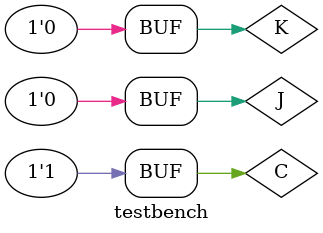
<source format=sv>

module testbench;
reg J,K,C;
wire Q,Qb;
initial 
  begin
  	$dumpfile ("dump.vcd");
  	$dumpvars(1, testbench);
  	C= 1'b1;
	repeat(40)  
      #13 C=~C;
	end
	initial 
      begin 
		J= 1'b1;
		repeat (5) 
          #110 J=~J;
		end 
	initial 
      begin 
		K=1'b0;
		repeat (8) 
          #70 K=~K ;
		end 

  flip_flop  N1(J,K,C,Q,Qb);
  
endmodule
</source>
